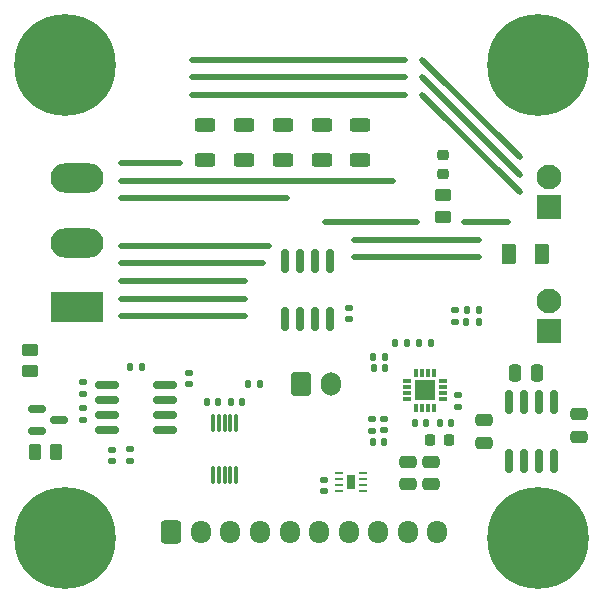
<source format=gts>
G04 #@! TF.GenerationSoftware,KiCad,Pcbnew,7.0.7*
G04 #@! TF.CreationDate,2023-10-26T17:58:54+02:00*
G04 #@! TF.ProjectId,load,6c6f6164-2e6b-4696-9361-645f70636258,rev?*
G04 #@! TF.SameCoordinates,Original*
G04 #@! TF.FileFunction,Soldermask,Top*
G04 #@! TF.FilePolarity,Negative*
%FSLAX46Y46*%
G04 Gerber Fmt 4.6, Leading zero omitted, Abs format (unit mm)*
G04 Created by KiCad (PCBNEW 7.0.7) date 2023-10-26 17:58:54*
%MOMM*%
%LPD*%
G01*
G04 APERTURE LIST*
G04 Aperture macros list*
%AMRoundRect*
0 Rectangle with rounded corners*
0 $1 Rounding radius*
0 $2 $3 $4 $5 $6 $7 $8 $9 X,Y pos of 4 corners*
0 Add a 4 corners polygon primitive as box body*
4,1,4,$2,$3,$4,$5,$6,$7,$8,$9,$2,$3,0*
0 Add four circle primitives for the rounded corners*
1,1,$1+$1,$2,$3*
1,1,$1+$1,$4,$5*
1,1,$1+$1,$6,$7*
1,1,$1+$1,$8,$9*
0 Add four rect primitives between the rounded corners*
20,1,$1+$1,$2,$3,$4,$5,0*
20,1,$1+$1,$4,$5,$6,$7,0*
20,1,$1+$1,$6,$7,$8,$9,0*
20,1,$1+$1,$8,$9,$2,$3,0*%
G04 Aperture macros list end*
%ADD10C,0.500000*%
%ADD11RoundRect,0.140000X-0.140000X-0.170000X0.140000X-0.170000X0.140000X0.170000X-0.140000X0.170000X0*%
%ADD12RoundRect,0.135000X-0.135000X-0.185000X0.135000X-0.185000X0.135000X0.185000X-0.135000X0.185000X0*%
%ADD13RoundRect,0.250000X-0.475000X0.250000X-0.475000X-0.250000X0.475000X-0.250000X0.475000X0.250000X0*%
%ADD14RoundRect,0.135000X-0.185000X0.135000X-0.185000X-0.135000X0.185000X-0.135000X0.185000X0.135000X0*%
%ADD15C,0.900000*%
%ADD16C,8.600000*%
%ADD17RoundRect,0.135000X0.185000X-0.135000X0.185000X0.135000X-0.185000X0.135000X-0.185000X-0.135000X0*%
%ADD18RoundRect,0.150000X-0.150000X0.825000X-0.150000X-0.825000X0.150000X-0.825000X0.150000X0.825000X0*%
%ADD19RoundRect,0.250000X-0.262500X-0.450000X0.262500X-0.450000X0.262500X0.450000X-0.262500X0.450000X0*%
%ADD20RoundRect,0.250000X0.625000X-0.312500X0.625000X0.312500X-0.625000X0.312500X-0.625000X-0.312500X0*%
%ADD21RoundRect,0.140000X-0.170000X0.140000X-0.170000X-0.140000X0.170000X-0.140000X0.170000X0.140000X0*%
%ADD22RoundRect,0.140000X0.140000X0.170000X-0.140000X0.170000X-0.140000X-0.170000X0.140000X-0.170000X0*%
%ADD23RoundRect,0.250000X-0.375000X-0.625000X0.375000X-0.625000X0.375000X0.625000X-0.375000X0.625000X0*%
%ADD24RoundRect,0.250000X-0.600000X-0.750000X0.600000X-0.750000X0.600000X0.750000X-0.600000X0.750000X0*%
%ADD25O,1.700000X2.000000*%
%ADD26RoundRect,0.150000X-0.587500X-0.150000X0.587500X-0.150000X0.587500X0.150000X-0.587500X0.150000X0*%
%ADD27R,0.800000X0.300000*%
%ADD28R,0.300000X0.800000*%
%ADD29R,1.760000X1.760000*%
%ADD30RoundRect,0.218750X0.218750X0.256250X-0.218750X0.256250X-0.218750X-0.256250X0.218750X-0.256250X0*%
%ADD31RoundRect,0.250000X-0.600000X-0.725000X0.600000X-0.725000X0.600000X0.725000X-0.600000X0.725000X0*%
%ADD32O,1.700000X1.950000*%
%ADD33R,2.100000X2.100000*%
%ADD34C,2.100000*%
%ADD35RoundRect,0.140000X0.170000X-0.140000X0.170000X0.140000X-0.170000X0.140000X-0.170000X-0.140000X0*%
%ADD36RoundRect,0.250000X-0.250000X-0.475000X0.250000X-0.475000X0.250000X0.475000X-0.250000X0.475000X0*%
%ADD37R,4.500000X2.500000*%
%ADD38O,4.500000X2.500000*%
%ADD39RoundRect,0.250000X0.450000X-0.262500X0.450000X0.262500X-0.450000X0.262500X-0.450000X-0.262500X0*%
%ADD40RoundRect,0.062500X-0.287500X-0.062500X0.287500X-0.062500X0.287500X0.062500X-0.287500X0.062500X0*%
%ADD41R,0.800000X1.200000*%
%ADD42RoundRect,0.075000X0.075000X-0.650000X0.075000X0.650000X-0.075000X0.650000X-0.075000X-0.650000X0*%
%ADD43RoundRect,0.225000X0.250000X-0.225000X0.250000X0.225000X-0.250000X0.225000X-0.250000X-0.225000X0*%
%ADD44RoundRect,0.135000X0.135000X0.185000X-0.135000X0.185000X-0.135000X-0.185000X0.135000X-0.185000X0*%
%ADD45RoundRect,0.150000X-0.825000X-0.150000X0.825000X-0.150000X0.825000X0.150000X-0.825000X0.150000X0*%
G04 APERTURE END LIST*
D10*
X160750000Y-109500000D02*
X178750000Y-109500000D01*
X154750000Y-129750000D02*
X165250000Y-129750000D01*
X154750000Y-128250000D02*
X165250000Y-128250000D01*
X159750000Y-119750000D02*
X177750000Y-119750000D01*
X154750000Y-125250000D02*
X167250000Y-125250000D01*
X154750000Y-119750000D02*
X159750000Y-119750000D01*
X154750000Y-118250000D02*
X159750000Y-118250000D01*
X174437500Y-126250000D02*
X185062500Y-126250000D01*
X159750000Y-121250000D02*
X168750000Y-121250000D01*
X154750000Y-121250000D02*
X159750000Y-121250000D01*
X172000000Y-123250000D02*
X179750000Y-123250000D01*
X160750000Y-111000000D02*
X178750000Y-111000000D01*
X180250000Y-111000000D02*
X188500000Y-119250000D01*
X180250000Y-109500000D02*
X188500000Y-117750000D01*
X160750000Y-112500000D02*
X178750000Y-112500000D01*
X154750000Y-126750000D02*
X166750000Y-126750000D01*
X183750000Y-123250000D02*
X187500000Y-123250000D01*
X174437500Y-124750000D02*
X185062500Y-124750000D01*
X154750000Y-131250000D02*
X165250000Y-131250000D01*
X180250000Y-112500000D02*
X188500000Y-120750000D01*
D11*
X164020000Y-138500000D03*
X164980000Y-138500000D03*
D12*
X183990000Y-130700000D03*
X185010000Y-130700000D03*
D13*
X193500000Y-139550000D03*
X193500000Y-141450000D03*
D12*
X177890000Y-133470000D03*
X178910000Y-133470000D03*
D14*
X151500000Y-138990000D03*
X151500000Y-140010000D03*
D13*
X181000000Y-143550000D03*
X181000000Y-145450000D03*
D15*
X146775000Y-150000000D03*
X147719581Y-147719581D03*
X147719581Y-152280419D03*
X150000000Y-146775000D03*
D16*
X150000000Y-150000000D03*
D15*
X150000000Y-153225000D03*
X152280419Y-147719581D03*
X152280419Y-152280419D03*
X153225000Y-150000000D03*
D17*
X176000000Y-140930000D03*
X176000000Y-139910000D03*
D18*
X191405000Y-138525000D03*
X190135000Y-138525000D03*
X188865000Y-138525000D03*
X187595000Y-138525000D03*
X187595000Y-143475000D03*
X188865000Y-143475000D03*
X190135000Y-143475000D03*
X191405000Y-143475000D03*
D19*
X147425000Y-142750000D03*
X149250000Y-142750000D03*
D20*
X171710000Y-118000000D03*
X171710000Y-115075000D03*
D21*
X183300000Y-137920000D03*
X183300000Y-138880000D03*
D22*
X180580000Y-140300000D03*
X179620000Y-140300000D03*
D13*
X185500000Y-140050000D03*
X185500000Y-141950000D03*
D20*
X175000000Y-118000000D03*
X175000000Y-115075000D03*
D23*
X187600000Y-126000000D03*
X190400000Y-126000000D03*
D24*
X170000000Y-137000000D03*
D25*
X172500000Y-137000000D03*
D26*
X147625000Y-139050000D03*
X147625000Y-140950000D03*
X149500000Y-140000000D03*
D27*
X178950000Y-136750000D03*
X178950000Y-137250000D03*
X178950000Y-137750000D03*
X178950000Y-138250000D03*
D28*
X179700000Y-139000000D03*
X180200000Y-139000000D03*
X180700000Y-139000000D03*
X181200000Y-139000000D03*
D27*
X181950000Y-138250000D03*
X181950000Y-137750000D03*
X181950000Y-137250000D03*
X181950000Y-136750000D03*
D28*
X181200000Y-136000000D03*
X180700000Y-136000000D03*
X180200000Y-136000000D03*
X179700000Y-136000000D03*
D29*
X180450000Y-137500000D03*
D30*
X182487500Y-141700000D03*
X180912500Y-141700000D03*
D31*
X159000000Y-149500000D03*
D32*
X161500000Y-149500000D03*
X164000000Y-149500000D03*
X166500000Y-149500000D03*
X169000000Y-149500000D03*
X171500000Y-149500000D03*
X174000000Y-149500000D03*
X176500000Y-149500000D03*
X179000000Y-149500000D03*
X181500000Y-149500000D03*
D33*
X191000000Y-122000000D03*
D34*
X191000000Y-119460000D03*
D12*
X183980000Y-131700000D03*
X185000000Y-131700000D03*
D21*
X154000000Y-142520000D03*
X154000000Y-143480000D03*
D35*
X171900000Y-146030000D03*
X171900000Y-145070000D03*
D12*
X165490000Y-137000000D03*
X166510000Y-137000000D03*
D22*
X177080000Y-135660000D03*
X176120000Y-135660000D03*
D18*
X172405000Y-126525000D03*
X171135000Y-126525000D03*
X169865000Y-126525000D03*
X168595000Y-126525000D03*
X168595000Y-131475000D03*
X169865000Y-131475000D03*
X171135000Y-131475000D03*
X172405000Y-131475000D03*
D11*
X181720000Y-140300000D03*
X182680000Y-140300000D03*
D21*
X160500000Y-136020000D03*
X160500000Y-136980000D03*
D20*
X168420000Y-118000000D03*
X168420000Y-115075000D03*
X161840000Y-118000000D03*
X161840000Y-115075000D03*
D15*
X186775000Y-110000000D03*
X187719581Y-107719581D03*
X187719581Y-112280419D03*
X190000000Y-106775000D03*
D16*
X190000000Y-110000000D03*
D15*
X190000000Y-113225000D03*
X192280419Y-107719581D03*
X192280419Y-112280419D03*
X193225000Y-110000000D03*
D36*
X188050000Y-136000000D03*
X189950000Y-136000000D03*
D37*
X151020000Y-130450000D03*
D38*
X151020000Y-125000000D03*
X151020000Y-119550000D03*
D39*
X147000000Y-135912500D03*
X147000000Y-134087500D03*
D40*
X173200000Y-144550000D03*
X173200000Y-145050000D03*
X173200000Y-145550000D03*
X173200000Y-146050000D03*
X175200000Y-146050000D03*
X175200000Y-145550000D03*
X175200000Y-145050000D03*
X175200000Y-144550000D03*
D41*
X174200000Y-145300000D03*
D42*
X162500000Y-144700000D03*
X163000000Y-144700000D03*
X163500000Y-144700000D03*
X164000000Y-144700000D03*
X164500000Y-144700000D03*
X164500000Y-140300000D03*
X164000000Y-140300000D03*
X163500000Y-140300000D03*
X163000000Y-140300000D03*
X162500000Y-140300000D03*
D43*
X182000000Y-119175000D03*
X182000000Y-117625000D03*
D21*
X177000000Y-139940000D03*
X177000000Y-140900000D03*
D15*
X146775000Y-110000000D03*
X147719581Y-107719581D03*
X147719581Y-112280419D03*
X150000000Y-106775000D03*
D16*
X150000000Y-110000000D03*
D15*
X150000000Y-113225000D03*
X152280419Y-107719581D03*
X152280419Y-112280419D03*
X153225000Y-110000000D03*
D17*
X155500000Y-143510000D03*
X155500000Y-142490000D03*
D13*
X179000000Y-143550000D03*
X179000000Y-145450000D03*
D22*
X162980000Y-138500000D03*
X162020000Y-138500000D03*
D44*
X156500000Y-135500000D03*
X155480000Y-135500000D03*
D12*
X176090000Y-134700000D03*
X177110000Y-134700000D03*
D35*
X174000000Y-131460000D03*
X174000000Y-130500000D03*
D11*
X176040000Y-141920000D03*
X177000000Y-141920000D03*
D15*
X186775000Y-150000000D03*
X187719581Y-147719581D03*
X187719581Y-152280419D03*
X190000000Y-146775000D03*
D16*
X190000000Y-150000000D03*
D15*
X190000000Y-153225000D03*
X192280419Y-147719581D03*
X192280419Y-152280419D03*
X193225000Y-150000000D03*
D33*
X191000000Y-132500000D03*
D34*
X191000000Y-129960000D03*
D17*
X182990000Y-131710000D03*
X182990000Y-130690000D03*
D39*
X182000000Y-122812500D03*
X182000000Y-120987500D03*
D22*
X180940000Y-133460000D03*
X179980000Y-133460000D03*
D35*
X151500000Y-137780000D03*
X151500000Y-136820000D03*
D20*
X165130000Y-118000000D03*
X165130000Y-115075000D03*
D45*
X153525000Y-137095000D03*
X153525000Y-138365000D03*
X153525000Y-139635000D03*
X153525000Y-140905000D03*
X158475000Y-140905000D03*
X158475000Y-139635000D03*
X158475000Y-138365000D03*
X158475000Y-137095000D03*
M02*

</source>
